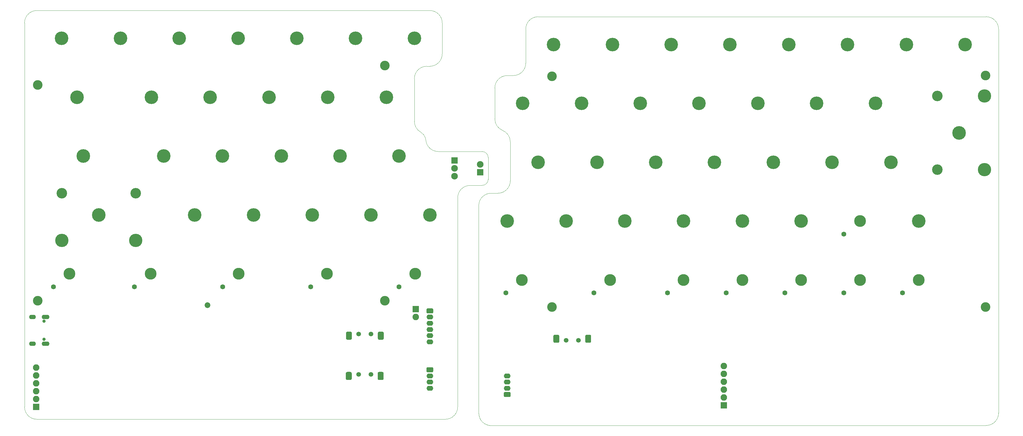
<source format=gbr>
G04 #@! TF.GenerationSoftware,KiCad,Pcbnew,(5.1.5)-3*
G04 #@! TF.CreationDate,2020-04-28T07:27:48+09:00*
G04 #@! TF.ProjectId,skc03-jis,736b6330-332d-46a6-9973-2e6b69636164,03*
G04 #@! TF.SameCoordinates,PX7565b60PY115170f0*
G04 #@! TF.FileFunction,Soldermask,Top*
G04 #@! TF.FilePolarity,Negative*
%FSLAX46Y46*%
G04 Gerber Fmt 4.6, Leading zero omitted, Abs format (unit mm)*
G04 Created by KiCad (PCBNEW (5.1.5)-3) date 2020-04-28 07:27:48*
%MOMM*%
%LPD*%
G04 APERTURE LIST*
G04 #@! TA.AperFunction,Profile*
%ADD10C,0.100000*%
G04 #@! TD*
%ADD11C,1.050000*%
%ADD12O,2.500000X1.400000*%
%ADD13O,2.200000X1.400000*%
%ADD14C,4.300000*%
%ADD15C,3.400000*%
%ADD16C,4.400000*%
%ADD17C,4.387800*%
%ADD18C,1.600000*%
%ADD19C,3.800000*%
%ADD20C,3.100000*%
%ADD21O,2.100000X2.100000*%
%ADD22R,2.100000X2.100000*%
%ADD23C,1.850000*%
%ADD24C,0.150000*%
%ADD25C,1.520000*%
%ADD26C,2.150000*%
%ADD27R,2.150000X2.150000*%
%ADD28O,2.150000X1.600000*%
G04 APERTURE END LIST*
D10*
X160228499Y7380001D02*
X320228499Y7380001D01*
X156228499Y73830000D02*
X156228499Y78380000D01*
X9424988Y14702327D02*
X9424987Y137379276D01*
X324228499Y11380001D02*
G75*
G02X320228499Y7380001I-4000000J0D01*
G01*
X144422749Y127380726D02*
X144422749Y137379276D01*
X171417299Y135380001D02*
G75*
G02X175417299Y139380001I4000000J0D01*
G01*
X171417299Y135380001D02*
X171417299Y124380000D01*
X13424987Y141379275D02*
X140422750Y141379275D01*
X171417299Y124380000D02*
G75*
G02X167417299Y120380000I-4000000J0D01*
G01*
X320228499Y139380001D02*
G75*
G02X324228499Y135380001I0J-4000000D01*
G01*
X324228499Y11380001D02*
X324228499Y135380001D01*
X165424999Y120380001D02*
X167417299Y120380001D01*
X161425000Y116380001D02*
G75*
G02X165424999Y120380000I3999999J0D01*
G01*
X320228499Y139380001D02*
X175417299Y139380000D01*
X9424988Y137379276D02*
G75*
G02X13424987Y141379275I3999999J0D01*
G01*
X140422750Y141379275D02*
G75*
G02X144422749Y137379276I0J-3999999D01*
G01*
X137476198Y102095543D02*
G75*
G02X135423087Y105589770I1946889J3494227D01*
G01*
X161424999Y106380001D02*
X161425000Y116380001D01*
X163924999Y102671902D02*
G75*
G02X161424999Y106380001I1500000J3708099D01*
G01*
X163925000Y102671900D02*
G75*
G02X166424999Y98963802I-1500000J-3708098D01*
G01*
X166424999Y86380000D02*
X166424999Y98963802D01*
X166424999Y86380000D02*
G75*
G02X162424999Y82380000I-4000000J0D01*
G01*
X160228499Y82380000D02*
X162424999Y82380000D01*
X156228499Y78380000D02*
G75*
G02X160228499Y82380000I4000000J0D01*
G01*
X156228499Y11380001D02*
X156228499Y73830000D01*
X149424988Y80899507D02*
X149424988Y13379275D01*
X149424988Y80899506D02*
G75*
G02X153424976Y84899507I4000000J1D01*
G01*
X157294948Y84899519D02*
X153424976Y84899507D01*
X159294942Y86899517D02*
G75*
G02X157294948Y84899519I-1999999J1D01*
G01*
X159294943Y93859517D02*
X159294943Y86899518D01*
X157294943Y95859517D02*
G75*
G02X159294943Y93859517I0J-2000000D01*
G01*
X143119168Y95859515D02*
X157294942Y95859517D01*
X143119169Y95859515D02*
G75*
G02X139140013Y99451681I-1J4000000D01*
G01*
X138949998Y100325416D02*
G75*
G02X139140013Y99451681I-3789139J-1281568D01*
G01*
X137476198Y102095543D02*
G75*
G02X138949998Y100325416I-1557511J-2795381D01*
G01*
X156247761Y10987932D02*
X156228499Y11380001D01*
X156305358Y10599639D02*
X156247761Y10987932D01*
X156400738Y10218862D02*
X156305358Y10599639D01*
X156532981Y9849267D02*
X156400738Y10218862D01*
X156700814Y9494414D02*
X156532981Y9849267D01*
X156902621Y9157720D02*
X156700814Y9494414D01*
X157136458Y8842427D02*
X156902621Y9157720D01*
X157400072Y8551573D02*
X157136458Y8842427D01*
X157690926Y8287959D02*
X157400072Y8551573D01*
X158006219Y8054122D02*
X157690926Y8287959D01*
X158342913Y7852315D02*
X158006219Y8054122D01*
X158697766Y7684482D02*
X158342913Y7852315D01*
X159067361Y7552239D02*
X158697766Y7684482D01*
X159448138Y7456859D02*
X159067361Y7552239D01*
X159836431Y7399262D02*
X159448138Y7456859D01*
X160228499Y7380001D02*
X159836431Y7399262D01*
X149424988Y13379275D02*
G75*
G02X145424988Y9379275I-4000000J0D01*
G01*
X135423087Y119380727D02*
X135423087Y105589770D01*
X135423088Y119380727D02*
G75*
G02X139423087Y123380726I3999999J0D01*
G01*
X140422750Y123380727D02*
X139423087Y123380726D01*
X144422749Y127380726D02*
G75*
G02X140422750Y123380727I-3999999J0D01*
G01*
X145424988Y9379275D02*
X13424987Y9379275D01*
X9424987Y13379275D02*
X9424988Y14702327D01*
X13424987Y9379275D02*
G75*
G02X9424987Y13379275I0J4000000D01*
G01*
D11*
G04 #@! TO.C,J5*
X15700000Y41020000D03*
X15700000Y35240000D03*
D12*
X16200000Y33810000D03*
X16200000Y42450000D03*
D13*
X12020000Y33810000D03*
X12020000Y42450000D03*
G04 #@! TD*
D14*
G04 #@! TO.C,SW47*
X319679999Y113780001D03*
X319679999Y89980001D03*
D15*
X304439999Y113780001D03*
X304439999Y89980001D03*
D16*
X311424999Y101880001D03*
G04 #@! TD*
D17*
G04 #@! TO.C,SW33*
X199424999Y130380001D03*
G04 #@! TD*
G04 #@! TO.C,SW54*
X289424999Y92380001D03*
G04 #@! TD*
G04 #@! TO.C,SW38*
X294424999Y130380001D03*
G04 #@! TD*
G04 #@! TO.C,SW39*
X313424990Y130380010D03*
G04 #@! TD*
D18*
G04 #@! TO.C,SW69*
X293204999Y50180001D03*
D19*
X298424999Y54380001D03*
G04 #@! TD*
D18*
G04 #@! TO.C,SW66*
X217204999Y50180001D03*
D19*
X222424999Y54380001D03*
G04 #@! TD*
D18*
G04 #@! TO.C,SW70*
X274204999Y50180001D03*
D19*
X279424999Y54380001D03*
G04 #@! TD*
D18*
G04 #@! TO.C,SW61*
X274204999Y69180001D03*
D19*
X279424999Y73380001D03*
G04 #@! TD*
D18*
G04 #@! TO.C,SW68*
X255204999Y50180001D03*
D19*
X260424999Y54380001D03*
G04 #@! TD*
D18*
G04 #@! TO.C,SW67*
X236204999Y50180001D03*
D19*
X241424999Y54380001D03*
G04 #@! TD*
D18*
G04 #@! TO.C,SW28*
X73455000Y52180000D03*
D19*
X78675000Y56380000D03*
G04 #@! TD*
D18*
G04 #@! TO.C,SW29*
X101955000Y52180000D03*
D19*
X107175000Y56380000D03*
G04 #@! TD*
D18*
G04 #@! TO.C,SW27*
X44955000Y52180000D03*
D19*
X50175000Y56380000D03*
G04 #@! TD*
D18*
G04 #@! TO.C,SW65*
X193454999Y50180001D03*
D19*
X198674999Y54380001D03*
G04 #@! TD*
D18*
G04 #@! TO.C,SW64*
X164954999Y50180001D03*
D19*
X170174999Y54380001D03*
G04 #@! TD*
D18*
G04 #@! TO.C,SW30*
X130455000Y52180000D03*
D19*
X135675000Y56380000D03*
G04 #@! TD*
D18*
G04 #@! TO.C,SW26*
X18736960Y52180000D03*
D19*
X23956960Y56380000D03*
G04 #@! TD*
D14*
G04 #@! TO.C,SW20*
X45325000Y67125000D03*
X21525000Y67125000D03*
D15*
X45325000Y82365000D03*
X21525000Y82365000D03*
D16*
X33425000Y75380000D03*
G04 #@! TD*
G04 #@! TO.C,SW14*
X28425000Y94380000D03*
G04 #@! TD*
G04 #@! TO.C,SW8*
X26425000Y113380000D03*
G04 #@! TD*
D17*
G04 #@! TO.C,SW3*
X59425000Y132380000D03*
G04 #@! TD*
G04 #@! TO.C,SW19*
X130425000Y94380000D03*
G04 #@! TD*
G04 #@! TO.C,SW6*
X116425000Y132380000D03*
G04 #@! TD*
G04 #@! TO.C,SW24*
X121425000Y75380000D03*
G04 #@! TD*
G04 #@! TO.C,SW44*
X246424999Y111380001D03*
G04 #@! TD*
G04 #@! TO.C,SW62*
X298424999Y73380001D03*
G04 #@! TD*
G04 #@! TO.C,SW60*
X260424999Y73380001D03*
G04 #@! TD*
G04 #@! TO.C,SW25*
X140425000Y75380000D03*
G04 #@! TD*
G04 #@! TO.C,SW37*
X275424999Y130380001D03*
G04 #@! TD*
G04 #@! TO.C,SW59*
X241424999Y73380001D03*
G04 #@! TD*
G04 #@! TO.C,SW58*
X222424999Y73380001D03*
G04 #@! TD*
G04 #@! TO.C,SW57*
X203424999Y73380001D03*
G04 #@! TD*
G04 #@! TO.C,SW56*
X184424999Y73380001D03*
G04 #@! TD*
G04 #@! TO.C,SW55*
X165424999Y73380001D03*
G04 #@! TD*
G04 #@! TO.C,SW53*
X270424999Y92380001D03*
G04 #@! TD*
G04 #@! TO.C,SW52*
X251424999Y92380001D03*
G04 #@! TD*
G04 #@! TO.C,SW51*
X232424999Y92380001D03*
G04 #@! TD*
G04 #@! TO.C,SW50*
X213424999Y92380001D03*
G04 #@! TD*
G04 #@! TO.C,SW49*
X194424999Y92380001D03*
G04 #@! TD*
G04 #@! TO.C,SW48*
X175424999Y92380001D03*
G04 #@! TD*
G04 #@! TO.C,SW46*
X284424999Y111380001D03*
G04 #@! TD*
G04 #@! TO.C,SW45*
X265424999Y111380001D03*
G04 #@! TD*
G04 #@! TO.C,SW43*
X227424999Y111380001D03*
G04 #@! TD*
G04 #@! TO.C,SW42*
X208424999Y111380001D03*
G04 #@! TD*
G04 #@! TO.C,SW41*
X189424999Y111380001D03*
G04 #@! TD*
G04 #@! TO.C,SW40*
X170424999Y111380001D03*
G04 #@! TD*
G04 #@! TO.C,SW36*
X256424999Y130380001D03*
G04 #@! TD*
G04 #@! TO.C,SW35*
X237424999Y130380001D03*
G04 #@! TD*
G04 #@! TO.C,SW34*
X218424999Y130380001D03*
G04 #@! TD*
G04 #@! TO.C,SW63*
X180424999Y130380001D03*
G04 #@! TD*
G04 #@! TO.C,SW23*
X102425000Y75380000D03*
G04 #@! TD*
G04 #@! TO.C,SW22*
X83425000Y75380000D03*
G04 #@! TD*
G04 #@! TO.C,SW21*
X64425000Y75380000D03*
G04 #@! TD*
G04 #@! TO.C,SW18*
X111425000Y94380000D03*
G04 #@! TD*
G04 #@! TO.C,SW17*
X92425000Y94380000D03*
G04 #@! TD*
G04 #@! TO.C,SW16*
X73425000Y94380000D03*
G04 #@! TD*
G04 #@! TO.C,SW15*
X54425000Y94380000D03*
G04 #@! TD*
G04 #@! TO.C,SW13*
X126425000Y113380000D03*
G04 #@! TD*
G04 #@! TO.C,SW12*
X107425000Y113380000D03*
G04 #@! TD*
G04 #@! TO.C,SW11*
X88425000Y113380000D03*
G04 #@! TD*
G04 #@! TO.C,SW10*
X69425000Y113380000D03*
G04 #@! TD*
G04 #@! TO.C,SW9*
X50425000Y113380000D03*
G04 #@! TD*
G04 #@! TO.C,SW7*
X135425000Y132380000D03*
G04 #@! TD*
G04 #@! TO.C,SW5*
X97425000Y132380000D03*
G04 #@! TD*
G04 #@! TO.C,SW4*
X78425000Y132380000D03*
G04 #@! TD*
G04 #@! TO.C,SW2*
X40425000Y132380000D03*
G04 #@! TD*
G04 #@! TO.C,SW1*
X21425000Y132380000D03*
G04 #@! TD*
D20*
G04 #@! TO.C,H\002A\002A*
X13654988Y47642760D03*
G04 #@! TD*
G04 #@! TO.C,H\002A\002A*
X319998499Y45630000D03*
G04 #@! TD*
G04 #@! TO.C,H\002A\002A*
X319998499Y120380001D03*
G04 #@! TD*
G04 #@! TO.C,H\002A\002A*
X179924999Y120126341D03*
G04 #@! TD*
G04 #@! TO.C,H\002A\002A*
X179924999Y45630000D03*
G04 #@! TD*
G04 #@! TO.C,H\002A\002A*
X125900487Y47629275D03*
G04 #@! TD*
G04 #@! TO.C,H\002A\002A*
X125900487Y123633671D03*
G04 #@! TD*
G04 #@! TO.C,H\002A\002A*
X13654988Y117379276D03*
G04 #@! TD*
D21*
G04 #@! TO.C,J7*
X135890000Y42418000D03*
D22*
X135890000Y44958000D03*
G04 #@! TD*
D23*
G04 #@! TO.C,HWB1*
X68580000Y46228000D03*
G04 #@! TD*
D21*
G04 #@! TO.C,J4*
X235424999Y26580001D03*
X235424999Y24040001D03*
X235424999Y21500001D03*
X235424999Y18960001D03*
X235424999Y16420001D03*
D22*
X235424999Y13880001D03*
G04 #@! TD*
D21*
G04 #@! TO.C,J1*
X13174999Y26080001D03*
X13174999Y23540001D03*
X13174999Y21000001D03*
X13174999Y18460001D03*
X13174999Y15920001D03*
D22*
X13174999Y13380001D03*
G04 #@! TD*
D24*
G04 #@! TO.C,SW31*
G36*
X125046556Y24677714D02*
G01*
X125092666Y24670874D01*
X125137883Y24659548D01*
X125181773Y24643844D01*
X125223911Y24623914D01*
X125263894Y24599949D01*
X125301335Y24572181D01*
X125335874Y24540877D01*
X125367178Y24506338D01*
X125394946Y24468897D01*
X125418911Y24428914D01*
X125438841Y24386776D01*
X125454545Y24342886D01*
X125465871Y24297669D01*
X125472711Y24251559D01*
X125474998Y24205001D01*
X125474998Y22555001D01*
X125472711Y22508443D01*
X125465871Y22462333D01*
X125454545Y22417116D01*
X125438841Y22373226D01*
X125418911Y22331088D01*
X125394946Y22291105D01*
X125367178Y22253664D01*
X125335874Y22219125D01*
X125301335Y22187821D01*
X125263894Y22160053D01*
X125223911Y22136088D01*
X125181773Y22116158D01*
X125137883Y22100454D01*
X125092666Y22089128D01*
X125046556Y22082288D01*
X124999998Y22080001D01*
X124049998Y22080001D01*
X124003440Y22082288D01*
X123957330Y22089128D01*
X123912113Y22100454D01*
X123868223Y22116158D01*
X123826085Y22136088D01*
X123786102Y22160053D01*
X123748661Y22187821D01*
X123714122Y22219125D01*
X123682818Y22253664D01*
X123655050Y22291105D01*
X123631085Y22331088D01*
X123611155Y22373226D01*
X123595451Y22417116D01*
X123584125Y22462333D01*
X123577285Y22508443D01*
X123574998Y22555001D01*
X123574998Y24205001D01*
X123577285Y24251559D01*
X123584125Y24297669D01*
X123595451Y24342886D01*
X123611155Y24386776D01*
X123631085Y24428914D01*
X123655050Y24468897D01*
X123682818Y24506338D01*
X123714122Y24540877D01*
X123748661Y24572181D01*
X123786102Y24599949D01*
X123826085Y24623914D01*
X123868223Y24643844D01*
X123912113Y24659548D01*
X123957330Y24670874D01*
X124003440Y24677714D01*
X124049998Y24680001D01*
X124999998Y24680001D01*
X125046556Y24677714D01*
G37*
G36*
X114746556Y24677714D02*
G01*
X114792666Y24670874D01*
X114837883Y24659548D01*
X114881773Y24643844D01*
X114923911Y24623914D01*
X114963894Y24599949D01*
X115001335Y24572181D01*
X115035874Y24540877D01*
X115067178Y24506338D01*
X115094946Y24468897D01*
X115118911Y24428914D01*
X115138841Y24386776D01*
X115154545Y24342886D01*
X115165871Y24297669D01*
X115172711Y24251559D01*
X115174998Y24205001D01*
X115174998Y22555001D01*
X115172711Y22508443D01*
X115165871Y22462333D01*
X115154545Y22417116D01*
X115138841Y22373226D01*
X115118911Y22331088D01*
X115094946Y22291105D01*
X115067178Y22253664D01*
X115035874Y22219125D01*
X115001335Y22187821D01*
X114963894Y22160053D01*
X114923911Y22136088D01*
X114881773Y22116158D01*
X114837883Y22100454D01*
X114792666Y22089128D01*
X114746556Y22082288D01*
X114699998Y22080001D01*
X113749998Y22080001D01*
X113703440Y22082288D01*
X113657330Y22089128D01*
X113612113Y22100454D01*
X113568223Y22116158D01*
X113526085Y22136088D01*
X113486102Y22160053D01*
X113448661Y22187821D01*
X113414122Y22219125D01*
X113382818Y22253664D01*
X113355050Y22291105D01*
X113331085Y22331088D01*
X113311155Y22373226D01*
X113295451Y22417116D01*
X113284125Y22462333D01*
X113277285Y22508443D01*
X113274998Y22555001D01*
X113274998Y24205001D01*
X113277285Y24251559D01*
X113284125Y24297669D01*
X113295451Y24342886D01*
X113311155Y24386776D01*
X113331085Y24428914D01*
X113355050Y24468897D01*
X113382818Y24506338D01*
X113414122Y24540877D01*
X113448661Y24572181D01*
X113486102Y24599949D01*
X113526085Y24623914D01*
X113568223Y24643844D01*
X113612113Y24659548D01*
X113657330Y24670874D01*
X113703440Y24677714D01*
X113749998Y24680001D01*
X114699998Y24680001D01*
X114746556Y24677714D01*
G37*
D25*
X121374998Y23880001D03*
X117374998Y23880001D03*
G04 #@! TD*
D24*
G04 #@! TO.C,SW32*
G36*
X125096558Y37677713D02*
G01*
X125142668Y37670873D01*
X125187885Y37659547D01*
X125231775Y37643843D01*
X125273913Y37623913D01*
X125313896Y37599948D01*
X125351337Y37572180D01*
X125385876Y37540876D01*
X125417180Y37506337D01*
X125444948Y37468896D01*
X125468913Y37428913D01*
X125488843Y37386775D01*
X125504547Y37342885D01*
X125515873Y37297668D01*
X125522713Y37251558D01*
X125525000Y37205000D01*
X125525000Y35555000D01*
X125522713Y35508442D01*
X125515873Y35462332D01*
X125504547Y35417115D01*
X125488843Y35373225D01*
X125468913Y35331087D01*
X125444948Y35291104D01*
X125417180Y35253663D01*
X125385876Y35219124D01*
X125351337Y35187820D01*
X125313896Y35160052D01*
X125273913Y35136087D01*
X125231775Y35116157D01*
X125187885Y35100453D01*
X125142668Y35089127D01*
X125096558Y35082287D01*
X125050000Y35080000D01*
X124100000Y35080000D01*
X124053442Y35082287D01*
X124007332Y35089127D01*
X123962115Y35100453D01*
X123918225Y35116157D01*
X123876087Y35136087D01*
X123836104Y35160052D01*
X123798663Y35187820D01*
X123764124Y35219124D01*
X123732820Y35253663D01*
X123705052Y35291104D01*
X123681087Y35331087D01*
X123661157Y35373225D01*
X123645453Y35417115D01*
X123634127Y35462332D01*
X123627287Y35508442D01*
X123625000Y35555000D01*
X123625000Y37205000D01*
X123627287Y37251558D01*
X123634127Y37297668D01*
X123645453Y37342885D01*
X123661157Y37386775D01*
X123681087Y37428913D01*
X123705052Y37468896D01*
X123732820Y37506337D01*
X123764124Y37540876D01*
X123798663Y37572180D01*
X123836104Y37599948D01*
X123876087Y37623913D01*
X123918225Y37643843D01*
X123962115Y37659547D01*
X124007332Y37670873D01*
X124053442Y37677713D01*
X124100000Y37680000D01*
X125050000Y37680000D01*
X125096558Y37677713D01*
G37*
G36*
X114796558Y37677713D02*
G01*
X114842668Y37670873D01*
X114887885Y37659547D01*
X114931775Y37643843D01*
X114973913Y37623913D01*
X115013896Y37599948D01*
X115051337Y37572180D01*
X115085876Y37540876D01*
X115117180Y37506337D01*
X115144948Y37468896D01*
X115168913Y37428913D01*
X115188843Y37386775D01*
X115204547Y37342885D01*
X115215873Y37297668D01*
X115222713Y37251558D01*
X115225000Y37205000D01*
X115225000Y35555000D01*
X115222713Y35508442D01*
X115215873Y35462332D01*
X115204547Y35417115D01*
X115188843Y35373225D01*
X115168913Y35331087D01*
X115144948Y35291104D01*
X115117180Y35253663D01*
X115085876Y35219124D01*
X115051337Y35187820D01*
X115013896Y35160052D01*
X114973913Y35136087D01*
X114931775Y35116157D01*
X114887885Y35100453D01*
X114842668Y35089127D01*
X114796558Y35082287D01*
X114750000Y35080000D01*
X113800000Y35080000D01*
X113753442Y35082287D01*
X113707332Y35089127D01*
X113662115Y35100453D01*
X113618225Y35116157D01*
X113576087Y35136087D01*
X113536104Y35160052D01*
X113498663Y35187820D01*
X113464124Y35219124D01*
X113432820Y35253663D01*
X113405052Y35291104D01*
X113381087Y35331087D01*
X113361157Y35373225D01*
X113345453Y35417115D01*
X113334127Y35462332D01*
X113327287Y35508442D01*
X113325000Y35555000D01*
X113325000Y37205000D01*
X113327287Y37251558D01*
X113334127Y37297668D01*
X113345453Y37342885D01*
X113361157Y37386775D01*
X113381087Y37428913D01*
X113405052Y37468896D01*
X113432820Y37506337D01*
X113464124Y37540876D01*
X113498663Y37572180D01*
X113536104Y37599948D01*
X113576087Y37623913D01*
X113618225Y37643843D01*
X113662115Y37659547D01*
X113707332Y37670873D01*
X113753442Y37677713D01*
X113800000Y37680000D01*
X114750000Y37680000D01*
X114796558Y37677713D01*
G37*
D25*
X121425000Y36880000D03*
X117425000Y36880000D03*
G04 #@! TD*
D24*
G04 #@! TO.C,SW71*
G36*
X181821557Y36677714D02*
G01*
X181867667Y36670874D01*
X181912884Y36659548D01*
X181956774Y36643844D01*
X181998912Y36623914D01*
X182038895Y36599949D01*
X182076336Y36572181D01*
X182110875Y36540877D01*
X182142179Y36506338D01*
X182169947Y36468897D01*
X182193912Y36428914D01*
X182213842Y36386776D01*
X182229546Y36342886D01*
X182240872Y36297669D01*
X182247712Y36251559D01*
X182249999Y36205001D01*
X182249999Y34555001D01*
X182247712Y34508443D01*
X182240872Y34462333D01*
X182229546Y34417116D01*
X182213842Y34373226D01*
X182193912Y34331088D01*
X182169947Y34291105D01*
X182142179Y34253664D01*
X182110875Y34219125D01*
X182076336Y34187821D01*
X182038895Y34160053D01*
X181998912Y34136088D01*
X181956774Y34116158D01*
X181912884Y34100454D01*
X181867667Y34089128D01*
X181821557Y34082288D01*
X181774999Y34080001D01*
X180824999Y34080001D01*
X180778441Y34082288D01*
X180732331Y34089128D01*
X180687114Y34100454D01*
X180643224Y34116158D01*
X180601086Y34136088D01*
X180561103Y34160053D01*
X180523662Y34187821D01*
X180489123Y34219125D01*
X180457819Y34253664D01*
X180430051Y34291105D01*
X180406086Y34331088D01*
X180386156Y34373226D01*
X180370452Y34417116D01*
X180359126Y34462333D01*
X180352286Y34508443D01*
X180349999Y34555001D01*
X180349999Y36205001D01*
X180352286Y36251559D01*
X180359126Y36297669D01*
X180370452Y36342886D01*
X180386156Y36386776D01*
X180406086Y36428914D01*
X180430051Y36468897D01*
X180457819Y36506338D01*
X180489123Y36540877D01*
X180523662Y36572181D01*
X180561103Y36599949D01*
X180601086Y36623914D01*
X180643224Y36643844D01*
X180687114Y36659548D01*
X180732331Y36670874D01*
X180778441Y36677714D01*
X180824999Y36680001D01*
X181774999Y36680001D01*
X181821557Y36677714D01*
G37*
G36*
X192121557Y36677714D02*
G01*
X192167667Y36670874D01*
X192212884Y36659548D01*
X192256774Y36643844D01*
X192298912Y36623914D01*
X192338895Y36599949D01*
X192376336Y36572181D01*
X192410875Y36540877D01*
X192442179Y36506338D01*
X192469947Y36468897D01*
X192493912Y36428914D01*
X192513842Y36386776D01*
X192529546Y36342886D01*
X192540872Y36297669D01*
X192547712Y36251559D01*
X192549999Y36205001D01*
X192549999Y34555001D01*
X192547712Y34508443D01*
X192540872Y34462333D01*
X192529546Y34417116D01*
X192513842Y34373226D01*
X192493912Y34331088D01*
X192469947Y34291105D01*
X192442179Y34253664D01*
X192410875Y34219125D01*
X192376336Y34187821D01*
X192338895Y34160053D01*
X192298912Y34136088D01*
X192256774Y34116158D01*
X192212884Y34100454D01*
X192167667Y34089128D01*
X192121557Y34082288D01*
X192074999Y34080001D01*
X191124999Y34080001D01*
X191078441Y34082288D01*
X191032331Y34089128D01*
X190987114Y34100454D01*
X190943224Y34116158D01*
X190901086Y34136088D01*
X190861103Y34160053D01*
X190823662Y34187821D01*
X190789123Y34219125D01*
X190757819Y34253664D01*
X190730051Y34291105D01*
X190706086Y34331088D01*
X190686156Y34373226D01*
X190670452Y34417116D01*
X190659126Y34462333D01*
X190652286Y34508443D01*
X190649999Y34555001D01*
X190649999Y36205001D01*
X190652286Y36251559D01*
X190659126Y36297669D01*
X190670452Y36342886D01*
X190686156Y36386776D01*
X190706086Y36428914D01*
X190730051Y36468897D01*
X190757819Y36506338D01*
X190789123Y36540877D01*
X190823662Y36572181D01*
X190861103Y36599949D01*
X190901086Y36623914D01*
X190943224Y36643844D01*
X190987114Y36659548D01*
X191032331Y36670874D01*
X191078441Y36677714D01*
X191124999Y36680001D01*
X192074999Y36680001D01*
X192121557Y36677714D01*
G37*
D25*
X184449999Y34880001D03*
X188449999Y34880001D03*
G04 #@! TD*
D26*
G04 #@! TO.C,Q100*
X156679943Y91649516D03*
D27*
X156679943Y89109516D03*
G04 #@! TD*
D28*
G04 #@! TO.C,J6*
X140425000Y34380000D03*
X140425000Y36380000D03*
X140425000Y38380000D03*
X140425000Y40380000D03*
X140425000Y42380000D03*
D24*
G36*
X141199340Y45178395D02*
G01*
X141231698Y45173595D01*
X141263429Y45165647D01*
X141294229Y45154627D01*
X141323800Y45140641D01*
X141351857Y45123823D01*
X141378132Y45104337D01*
X141402369Y45082369D01*
X141424337Y45058132D01*
X141443823Y45031857D01*
X141460641Y45003800D01*
X141474627Y44974229D01*
X141485647Y44943429D01*
X141493595Y44911698D01*
X141498395Y44879340D01*
X141500000Y44846668D01*
X141500000Y43913332D01*
X141498395Y43880660D01*
X141493595Y43848302D01*
X141485647Y43816571D01*
X141474627Y43785771D01*
X141460641Y43756200D01*
X141443823Y43728143D01*
X141424337Y43701868D01*
X141402369Y43677631D01*
X141378132Y43655663D01*
X141351857Y43636177D01*
X141323800Y43619359D01*
X141294229Y43605373D01*
X141263429Y43594353D01*
X141231698Y43586405D01*
X141199340Y43581605D01*
X141166668Y43580000D01*
X139683332Y43580000D01*
X139650660Y43581605D01*
X139618302Y43586405D01*
X139586571Y43594353D01*
X139555771Y43605373D01*
X139526200Y43619359D01*
X139498143Y43636177D01*
X139471868Y43655663D01*
X139447631Y43677631D01*
X139425663Y43701868D01*
X139406177Y43728143D01*
X139389359Y43756200D01*
X139375373Y43785771D01*
X139364353Y43816571D01*
X139356405Y43848302D01*
X139351605Y43880660D01*
X139350000Y43913332D01*
X139350000Y44846668D01*
X139351605Y44879340D01*
X139356405Y44911698D01*
X139364353Y44943429D01*
X139375373Y44974229D01*
X139389359Y45003800D01*
X139406177Y45031857D01*
X139425663Y45058132D01*
X139447631Y45082369D01*
X139471868Y45104337D01*
X139498143Y45123823D01*
X139526200Y45140641D01*
X139555771Y45154627D01*
X139586571Y45165647D01*
X139618302Y45173595D01*
X139650660Y45178395D01*
X139683332Y45180000D01*
X141166668Y45180000D01*
X141199340Y45178395D01*
G37*
G04 #@! TD*
D28*
G04 #@! TO.C,J3*
X165424999Y23380001D03*
X165424999Y21380001D03*
X165424999Y19380001D03*
D24*
G36*
X166199339Y18178396D02*
G01*
X166231697Y18173596D01*
X166263428Y18165648D01*
X166294228Y18154628D01*
X166323799Y18140642D01*
X166351856Y18123824D01*
X166378131Y18104338D01*
X166402368Y18082370D01*
X166424336Y18058133D01*
X166443822Y18031858D01*
X166460640Y18003801D01*
X166474626Y17974230D01*
X166485646Y17943430D01*
X166493594Y17911699D01*
X166498394Y17879341D01*
X166499999Y17846669D01*
X166499999Y16913333D01*
X166498394Y16880661D01*
X166493594Y16848303D01*
X166485646Y16816572D01*
X166474626Y16785772D01*
X166460640Y16756201D01*
X166443822Y16728144D01*
X166424336Y16701869D01*
X166402368Y16677632D01*
X166378131Y16655664D01*
X166351856Y16636178D01*
X166323799Y16619360D01*
X166294228Y16605374D01*
X166263428Y16594354D01*
X166231697Y16586406D01*
X166199339Y16581606D01*
X166166667Y16580001D01*
X164683331Y16580001D01*
X164650659Y16581606D01*
X164618301Y16586406D01*
X164586570Y16594354D01*
X164555770Y16605374D01*
X164526199Y16619360D01*
X164498142Y16636178D01*
X164471867Y16655664D01*
X164447630Y16677632D01*
X164425662Y16701869D01*
X164406176Y16728144D01*
X164389358Y16756201D01*
X164375372Y16785772D01*
X164364352Y16816572D01*
X164356404Y16848303D01*
X164351604Y16880661D01*
X164349999Y16913333D01*
X164349999Y17846669D01*
X164351604Y17879341D01*
X164356404Y17911699D01*
X164364352Y17943430D01*
X164375372Y17974230D01*
X164389358Y18003801D01*
X164406176Y18031858D01*
X164425662Y18058133D01*
X164447630Y18082370D01*
X164471867Y18104338D01*
X164498142Y18123824D01*
X164526199Y18140642D01*
X164555770Y18154628D01*
X164586570Y18165648D01*
X164618301Y18173596D01*
X164650659Y18178396D01*
X164683331Y18180001D01*
X166166667Y18180001D01*
X166199339Y18178396D01*
G37*
G04 #@! TD*
D28*
G04 #@! TO.C,J2*
X140425000Y19380000D03*
X140425000Y21380000D03*
X140425000Y23380000D03*
D24*
G36*
X141199340Y26178395D02*
G01*
X141231698Y26173595D01*
X141263429Y26165647D01*
X141294229Y26154627D01*
X141323800Y26140641D01*
X141351857Y26123823D01*
X141378132Y26104337D01*
X141402369Y26082369D01*
X141424337Y26058132D01*
X141443823Y26031857D01*
X141460641Y26003800D01*
X141474627Y25974229D01*
X141485647Y25943429D01*
X141493595Y25911698D01*
X141498395Y25879340D01*
X141500000Y25846668D01*
X141500000Y24913332D01*
X141498395Y24880660D01*
X141493595Y24848302D01*
X141485647Y24816571D01*
X141474627Y24785771D01*
X141460641Y24756200D01*
X141443823Y24728143D01*
X141424337Y24701868D01*
X141402369Y24677631D01*
X141378132Y24655663D01*
X141351857Y24636177D01*
X141323800Y24619359D01*
X141294229Y24605373D01*
X141263429Y24594353D01*
X141231698Y24586405D01*
X141199340Y24581605D01*
X141166668Y24580000D01*
X139683332Y24580000D01*
X139650660Y24581605D01*
X139618302Y24586405D01*
X139586571Y24594353D01*
X139555771Y24605373D01*
X139526200Y24619359D01*
X139498143Y24636177D01*
X139471868Y24655663D01*
X139447631Y24677631D01*
X139425663Y24701868D01*
X139406177Y24728143D01*
X139389359Y24756200D01*
X139375373Y24785771D01*
X139364353Y24816571D01*
X139356405Y24848302D01*
X139351605Y24880660D01*
X139350000Y24913332D01*
X139350000Y25846668D01*
X139351605Y25879340D01*
X139356405Y25911698D01*
X139364353Y25943429D01*
X139375373Y25974229D01*
X139389359Y26003800D01*
X139406177Y26031857D01*
X139425663Y26058132D01*
X139447631Y26082369D01*
X139471868Y26104337D01*
X139498143Y26123823D01*
X139526200Y26140641D01*
X139555771Y26154627D01*
X139586571Y26165647D01*
X139618302Y26173595D01*
X139650660Y26178395D01*
X139683332Y26180000D01*
X141166668Y26180000D01*
X141199340Y26178395D01*
G37*
G04 #@! TD*
D27*
G04 #@! TO.C,Q1*
X148424943Y92919516D03*
D26*
X148424943Y90379516D03*
X148424943Y87839516D03*
G04 #@! TD*
M02*

</source>
